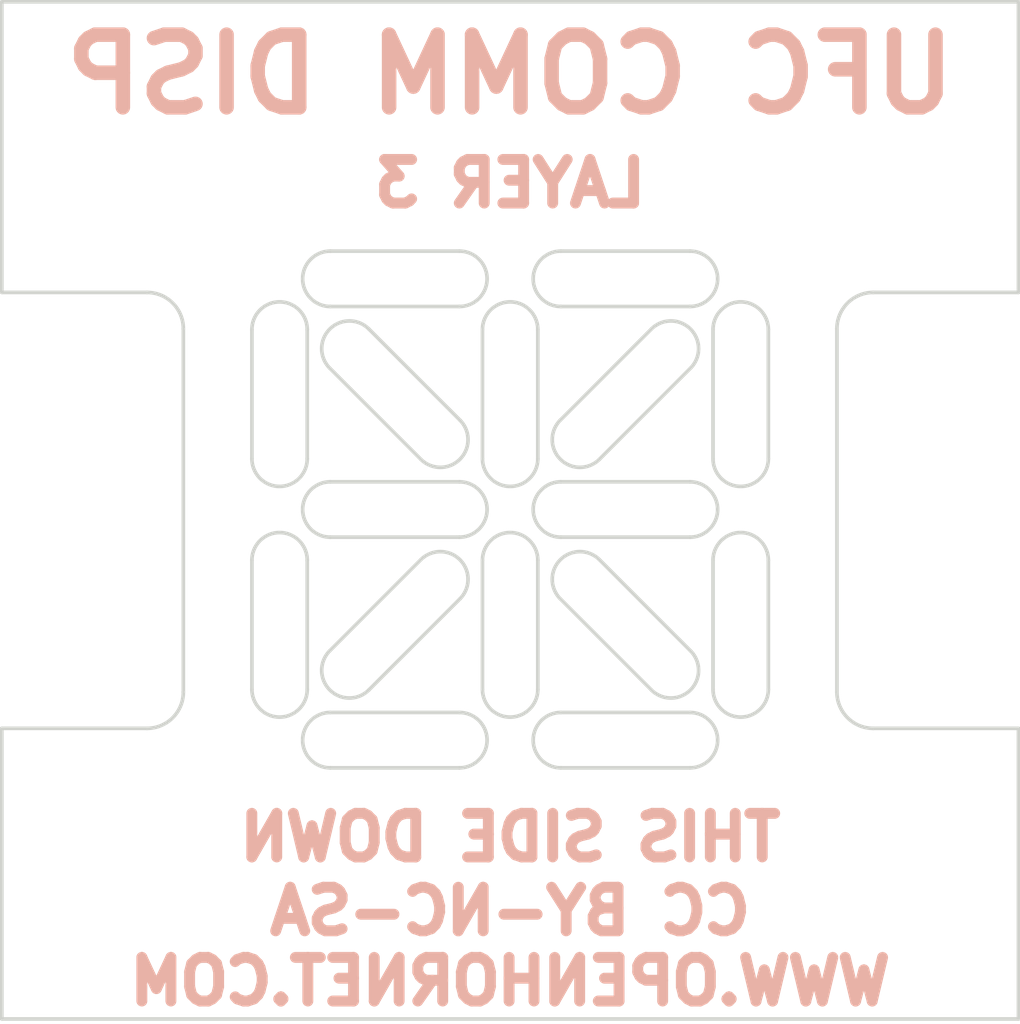
<source format=kicad_pcb>
(kicad_pcb (version 20171130) (host pcbnew "(5.1.4)-1")

  (general
    (thickness 1.6)
    (drawings 84)
    (tracks 0)
    (zones 0)
    (modules 0)
    (nets 1)
  )

  (page A4)
  (layers
    (0 F.Cu signal)
    (31 B.Cu signal)
    (32 B.Adhes user)
    (33 F.Adhes user)
    (34 B.Paste user)
    (35 F.Paste user)
    (36 B.SilkS user)
    (37 F.SilkS user)
    (38 B.Mask user)
    (39 F.Mask user)
    (40 Dwgs.User user)
    (41 Cmts.User user)
    (42 Eco1.User user)
    (43 Eco2.User user)
    (44 Edge.Cuts user)
    (45 Margin user)
    (46 B.CrtYd user)
    (47 F.CrtYd user)
    (48 B.Fab user)
    (49 F.Fab user)
  )

  (setup
    (last_trace_width 0.25)
    (user_trace_width 0.1524)
    (user_trace_width 0.2032)
    (user_trace_width 0.3048)
    (user_trace_width 0.4572)
    (user_trace_width 0.1524)
    (user_trace_width 0.2032)
    (user_trace_width 0.3048)
    (user_trace_width 0.4572)
    (trace_clearance 0.2)
    (zone_clearance 0.508)
    (zone_45_only no)
    (trace_min 0.127)
    (via_size 0.8)
    (via_drill 0.4)
    (via_min_size 0.45)
    (via_min_drill 0.2)
    (user_via 0.45 0.2)
    (user_via 0.45 0.2)
    (uvia_size 0.3)
    (uvia_drill 0.1)
    (uvias_allowed no)
    (uvia_min_size 0.2)
    (uvia_min_drill 0.1)
    (edge_width 0.05)
    (segment_width 0.2)
    (pcb_text_width 0.3)
    (pcb_text_size 1.5 1.5)
    (mod_edge_width 0.12)
    (mod_text_size 1 1)
    (mod_text_width 0.15)
    (pad_size 0.59 0.64)
    (pad_drill 0)
    (pad_to_mask_clearance 0.051)
    (solder_mask_min_width 0.25)
    (aux_axis_origin 183.945 52.19)
    (grid_origin 183.945 52.19)
    (visible_elements 7FFFFFDF)
    (pcbplotparams
      (layerselection 0x010fc_ffffffff)
      (usegerberextensions false)
      (usegerberattributes false)
      (usegerberadvancedattributes false)
      (creategerberjobfile false)
      (excludeedgelayer true)
      (linewidth 0.100000)
      (plotframeref false)
      (viasonmask false)
      (mode 1)
      (useauxorigin false)
      (hpglpennumber 1)
      (hpglpenspeed 20)
      (hpglpendiameter 15.000000)
      (psnegative false)
      (psa4output false)
      (plotreference true)
      (plotvalue true)
      (plotinvisibletext false)
      (padsonsilk false)
      (subtractmaskfromsilk false)
      (outputformat 1)
      (mirror false)
      (drillshape 0)
      (scaleselection 1)
      (outputdirectory "gerbers"))
  )

  (net 0 "")

  (net_class Default "This is the default net class."
    (clearance 0.2)
    (trace_width 0.25)
    (via_dia 0.8)
    (via_drill 0.4)
    (uvia_dia 0.3)
    (uvia_drill 0.1)
  )

  (gr_arc (start 187.77 58.479) (end 187.389 58.479) (angle -180) (layer Edge.Cuts) (width 0.05) (tstamp 5FB86572))
  (gr_arc (start 194.12 56.701) (end 194.501 56.701) (angle -180) (layer Edge.Cuts) (width 0.05) (tstamp 5FB86571))
  (gr_line (start 194.501 58.479) (end 194.501 56.701) (layer Edge.Cuts) (width 0.05) (tstamp 5FB86570))
  (gr_arc (start 190.945 56.701) (end 191.326 56.701) (angle -180) (layer Edge.Cuts) (width 0.05) (tstamp 5FB8656F))
  (gr_line (start 188.151 58.479) (end 188.151 56.701) (layer Edge.Cuts) (width 0.05) (tstamp 5FB8656E))
  (gr_arc (start 194.12 58.479) (end 193.739 58.479) (angle -180) (layer Edge.Cuts) (width 0.05) (tstamp 5FB8656D))
  (gr_arc (start 190.945 58.479) (end 190.564 58.479) (angle -180) (layer Edge.Cuts) (width 0.05) (tstamp 5FB8656C))
  (gr_line (start 193.739 56.701) (end 193.739 58.479) (layer Edge.Cuts) (width 0.05) (tstamp 5FB8656B))
  (gr_line (start 190.564 56.701) (end 190.564 58.479) (layer Edge.Cuts) (width 0.05) (tstamp 5FB8656A))
  (gr_line (start 194.501 61.654) (end 194.501 59.876) (layer Edge.Cuts) (width 0.05) (tstamp 5FB86569))
  (gr_line (start 191.326 58.479) (end 191.326 56.701) (layer Edge.Cuts) (width 0.05) (tstamp 5FB86568))
  (gr_arc (start 187.77 56.701) (end 188.151 56.701) (angle -180) (layer Edge.Cuts) (width 0.05) (tstamp 5FB86567))
  (gr_line (start 187.389 56.701) (end 187.389 58.479) (layer Edge.Cuts) (width 0.05) (tstamp 5FB86566))
  (gr_line (start 188.4685 59.5585) (end 190.2465 59.5585) (layer Edge.Cuts) (width 0.05) (tstamp 5FB86565))
  (gr_arc (start 190.2465 62.3525) (end 190.2465 62.7335) (angle -180) (layer Edge.Cuts) (width 0.05) (tstamp 5FB86564))
  (gr_arc (start 194.12 59.876) (end 194.501 59.876) (angle -180) (layer Edge.Cuts) (width 0.05) (tstamp 5FB86563))
  (gr_line (start 193.739 59.876) (end 193.739 61.654) (layer Edge.Cuts) (width 0.05) (tstamp 5FB86562))
  (gr_arc (start 194.12 61.654) (end 193.739 61.654) (angle -180) (layer Edge.Cuts) (width 0.05) (tstamp 5FB86561))
  (gr_arc (start 191.903882 60.136382) (end 192.17329 59.866974) (angle -180) (layer Edge.Cuts) (width 0.05) (tstamp 5FB86560))
  (gr_line (start 191.634474 60.40579) (end 192.89171 61.663026) (layer Edge.Cuts) (width 0.05) (tstamp 5FB8655F))
  (gr_arc (start 193.161118 61.393618) (end 192.89171 61.663026) (angle -180) (layer Edge.Cuts) (width 0.05) (tstamp 5FB8655E))
  (gr_arc (start 190.2465 56.0025) (end 190.2465 56.3835) (angle -180) (layer Edge.Cuts) (width 0.05) (tstamp 5FB8655D))
  (gr_arc (start 188.728882 61.393618) (end 188.459474 61.12421) (angle -180) (layer Edge.Cuts) (width 0.05) (tstamp 5FB8655C))
  (gr_arc (start 189.986118 60.136382) (end 190.255526 60.40579) (angle -180) (layer Edge.Cuts) (width 0.05) (tstamp 5FB8655B))
  (gr_arc (start 193.4215 56.0025) (end 193.4215 56.3835) (angle -180) (layer Edge.Cuts) (width 0.05) (tstamp 5FB8655A))
  (gr_line (start 192.17329 58.488026) (end 193.430526 57.23079) (layer Edge.Cuts) (width 0.05) (tstamp 5FB86559))
  (gr_arc (start 193.161118 56.961382) (end 193.430526 57.23079) (angle -180) (layer Edge.Cuts) (width 0.05) (tstamp 5FB86558))
  (gr_arc (start 188.4685 59.1775) (end 188.4685 58.7965) (angle -180) (layer Edge.Cuts) (width 0.05) (tstamp 5FB86557))
  (gr_line (start 191.326 61.654) (end 191.326 59.876) (layer Edge.Cuts) (width 0.05) (tstamp 5FB86556))
  (gr_arc (start 190.945 59.876) (end 191.326 59.876) (angle -180) (layer Edge.Cuts) (width 0.05) (tstamp 5FB86555))
  (gr_line (start 190.2465 58.7965) (end 188.4685 58.7965) (layer Edge.Cuts) (width 0.05) (tstamp 5FB86554))
  (gr_arc (start 190.2465 59.1775) (end 190.2465 59.5585) (angle -180) (layer Edge.Cuts) (width 0.05) (tstamp 5FB86553))
  (gr_arc (start 191.6435 62.3525) (end 191.6435 61.9715) (angle -180) (layer Edge.Cuts) (width 0.05) (tstamp 5FB86552))
  (gr_line (start 193.4215 55.6215) (end 191.6435 55.6215) (layer Edge.Cuts) (width 0.05) (tstamp 5FB86551))
  (gr_arc (start 188.4685 62.3525) (end 188.4685 61.9715) (angle -180) (layer Edge.Cuts) (width 0.05) (tstamp 5FB86550))
  (gr_line (start 192.89171 56.691974) (end 191.634474 57.94921) (layer Edge.Cuts) (width 0.05) (tstamp 5FB8654F))
  (gr_line (start 190.564 59.876) (end 190.564 61.654) (layer Edge.Cuts) (width 0.05) (tstamp 5FB8654E))
  (gr_arc (start 188.4685 56.0025) (end 188.4685 55.6215) (angle -180) (layer Edge.Cuts) (width 0.05) (tstamp 5FB8654D))
  (gr_arc (start 190.945 61.654) (end 190.564 61.654) (angle -180) (layer Edge.Cuts) (width 0.05) (tstamp 5FB8654C))
  (gr_line (start 188.151 61.654) (end 188.151 59.876) (layer Edge.Cuts) (width 0.05) (tstamp 5FB8654B))
  (gr_arc (start 187.77 59.876) (end 188.151 59.876) (angle -180) (layer Edge.Cuts) (width 0.05) (tstamp 5FB8654A))
  (gr_line (start 187.389 59.876) (end 187.389 61.654) (layer Edge.Cuts) (width 0.05) (tstamp 5FB86549))
  (gr_arc (start 187.77 61.654) (end 187.389 61.654) (angle -180) (layer Edge.Cuts) (width 0.05) (tstamp 5FB86548))
  (gr_line (start 190.255526 57.94921) (end 188.99829 56.691974) (layer Edge.Cuts) (width 0.05) (tstamp 5FB86547))
  (gr_arc (start 188.728882 56.961382) (end 188.99829 56.691974) (angle -180) (layer Edge.Cuts) (width 0.05) (tstamp 5FB86546))
  (gr_line (start 189.71671 59.866974) (end 188.459474 61.12421) (layer Edge.Cuts) (width 0.05) (tstamp 5FB86545))
  (gr_line (start 188.459474 57.23079) (end 189.71671 58.488026) (layer Edge.Cuts) (width 0.05) (tstamp 5FB86544))
  (gr_arc (start 189.986118 58.218618) (end 189.71671 58.488026) (angle -180) (layer Edge.Cuts) (width 0.05) (tstamp 5FB86543))
  (gr_arc (start 193.4215 62.3525) (end 193.4215 62.7335) (angle -180) (layer Edge.Cuts) (width 0.05) (tstamp 5FB86542))
  (gr_arc (start 191.6435 56.0025) (end 191.6435 55.6215) (angle -180) (layer Edge.Cuts) (width 0.05) (tstamp 5FB86541))
  (gr_line (start 188.4685 62.7335) (end 190.2465 62.7335) (layer Edge.Cuts) (width 0.05) (tstamp 5FB86540))
  (gr_line (start 190.2465 61.9715) (end 188.4685 61.9715) (layer Edge.Cuts) (width 0.05) (tstamp 5FB8653F))
  (gr_line (start 193.4215 58.7965) (end 191.6435 58.7965) (layer Edge.Cuts) (width 0.05) (tstamp 5FB8653E))
  (gr_line (start 193.430526 61.12421) (end 192.17329 59.866974) (layer Edge.Cuts) (width 0.05) (tstamp 5FB8653D))
  (gr_line (start 191.6435 56.3835) (end 193.4215 56.3835) (layer Edge.Cuts) (width 0.05) (tstamp 5FB8653C))
  (gr_arc (start 191.903882 58.218618) (end 191.634474 57.94921) (angle -180) (layer Edge.Cuts) (width 0.05) (tstamp 5FB8653B))
  (gr_line (start 188.99829 61.663026) (end 190.255526 60.40579) (layer Edge.Cuts) (width 0.05) (tstamp 5FB8653A))
  (gr_line (start 193.4215 61.9715) (end 191.6435 61.9715) (layer Edge.Cuts) (width 0.05) (tstamp 5FB86539))
  (gr_line (start 191.6435 62.7335) (end 193.4215 62.7335) (layer Edge.Cuts) (width 0.05) (tstamp 5FB86538))
  (gr_arc (start 191.6435 59.1775) (end 191.6435 58.7965) (angle -180) (layer Edge.Cuts) (width 0.05) (tstamp 5FB86537))
  (gr_line (start 191.6435 59.5585) (end 193.4215 59.5585) (layer Edge.Cuts) (width 0.05) (tstamp 5FB86536))
  (gr_arc (start 193.4215 59.1775) (end 193.4215 59.5585) (angle -180) (layer Edge.Cuts) (width 0.05) (tstamp 5FB86535))
  (gr_line (start 188.4685 56.3835) (end 190.2465 56.3835) (layer Edge.Cuts) (width 0.05) (tstamp 5FB86534))
  (gr_line (start 190.2465 55.6215) (end 188.4685 55.6215) (layer Edge.Cuts) (width 0.05) (tstamp 5FB86533))
  (gr_arc (start 195.945 61.69) (end 195.445 61.69) (angle -90) (layer Edge.Cuts) (width 0.05) (tstamp 5FB863E6))
  (gr_arc (start 185.945 61.69) (end 185.945 62.19) (angle -90) (layer Edge.Cuts) (width 0.05) (tstamp 5FB863E5))
  (gr_line (start 195.445 56.69) (end 195.445 61.69) (layer Edge.Cuts) (width 0.05) (tstamp 5FB863E4))
  (gr_line (start 185.945 56.19) (end 183.945 56.19) (layer Edge.Cuts) (width 0.05) (tstamp 5FB863E3))
  (gr_line (start 197.945 66.19) (end 183.945 66.19) (layer Edge.Cuts) (width 0.05) (tstamp 5FB863E2))
  (gr_line (start 183.945 62.19) (end 183.945 66.19) (layer Edge.Cuts) (width 0.05) (tstamp 5FB863E1))
  (gr_line (start 197.945 62.19) (end 197.945 66.19) (layer Edge.Cuts) (width 0.05) (tstamp 5FB863E0))
  (gr_arc (start 185.945 56.69) (end 186.445 56.69) (angle -90) (layer Edge.Cuts) (width 0.05) (tstamp 5FB863DF))
  (gr_line (start 185.945 62.19) (end 183.945 62.19) (layer Edge.Cuts) (width 0.05) (tstamp 5FB863DE))
  (gr_line (start 195.945 56.19) (end 197.945 56.19) (layer Edge.Cuts) (width 0.05) (tstamp 5FB863DD))
  (gr_line (start 195.945 62.19) (end 197.945 62.19) (layer Edge.Cuts) (width 0.05) (tstamp 5FB863DC))
  (gr_line (start 186.445 56.69) (end 186.445 61.69) (layer Edge.Cuts) (width 0.05) (tstamp 5FB863DB))
  (gr_arc (start 195.945 56.69) (end 195.945 56.19) (angle -90) (layer Edge.Cuts) (width 0.05) (tstamp 5FB863DA))
  (gr_text "THIS SIDE DOWN" (at 190.945 63.69) (layer B.SilkS) (tstamp 5FB86369)
    (effects (font (size 0.6 0.6) (thickness 0.15)) (justify mirror))
  )
  (gr_text "LAYER 3" (at 190.945 54.69) (layer B.SilkS) (tstamp 5FB86368)
    (effects (font (size 0.6 0.6) (thickness 0.15)) (justify mirror))
  )
  (gr_line (start 183.945 52.19) (end 197.945 52.19) (layer Edge.Cuts) (width 0.05) (tstamp 5FB86367))
  (gr_line (start 197.945 52.19) (end 197.945 56.19) (layer Edge.Cuts) (width 0.05) (tstamp 5FB86366))
  (gr_text "UFC COMM DISP\n" (at 190.945 53.19) (layer B.SilkS) (tstamp 5FB86365)
    (effects (font (size 1 1) (thickness 0.2)) (justify mirror))
  )
  (gr_text "CC BY-NC-SA\nWWW.OPENHORNET.COM" (at 190.945 65.19) (layer B.SilkS) (tstamp 5FB86364)
    (effects (font (size 0.6 0.6) (thickness 0.15)) (justify mirror))
  )
  (gr_line (start 183.945 56.19) (end 183.945 52.19) (layer Edge.Cuts) (width 0.05) (tstamp 5FB86363))

)

</source>
